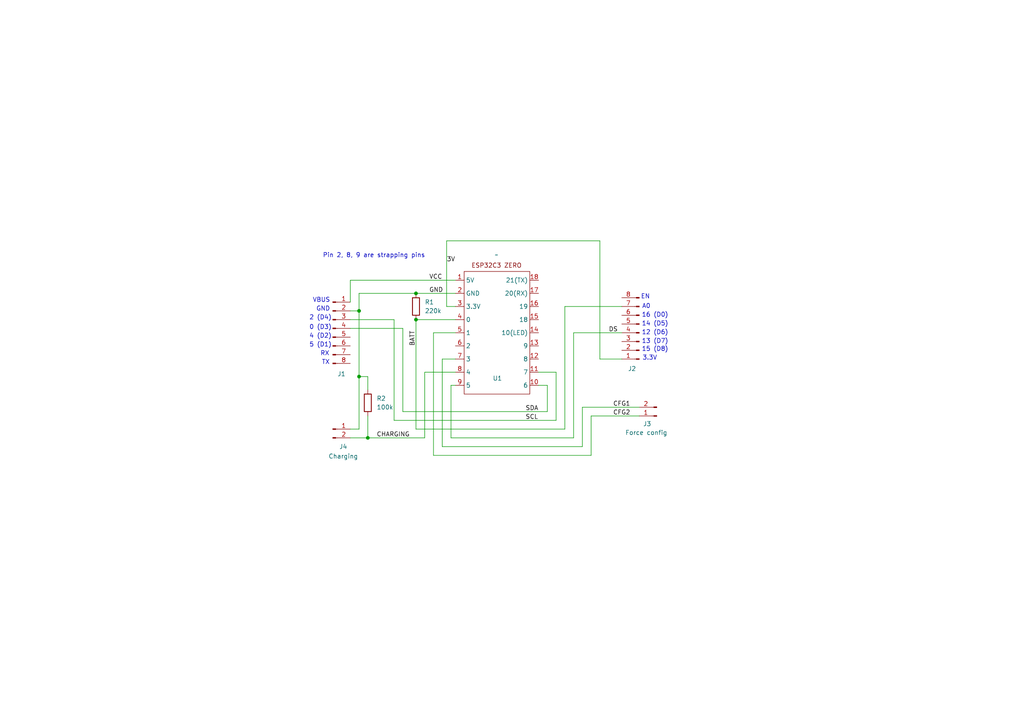
<source format=kicad_sch>
(kicad_sch (version 20250114) (generator "eeschema") (generator_version "9.0")
  (paper "A4")
  (lib_symbols
    (symbol "Connector:Conn_01x02_Pin" (pin_names (offset 1.016) (hide yes))
      (property "Reference" "J" (at 0 2.54 0))
      (property "Value" "Conn_01x02_Pin" (at 0 -5.08 0))
      (symbol "Conn_01x02_Pin_1_1"
        (rectangle (start 0.8636 0.127) (end 0 -0.127) (stroke (width 0.1524)) (fill (type outline)))
        (rectangle (start 0.8636 -2.413) (end 0 -2.667) (stroke (width 0.1524)) (fill (type outline)))
        (polyline (pts (xy 1.27 0) (xy 0.8636 0)) (stroke (width 0.1524)))
        (polyline (pts (xy 1.27 -2.54) (xy 0.8636 -2.54)) (stroke (width 0.1524)))
        (pin passive line (at 5.08 0 180) (length 3.81) (name "Pin_1") (number "1"))
        (pin passive line (at 5.08 -2.54 180) (length 3.81) (name "Pin_2") (number "2"))
      )
    )
    (symbol "Connector:Conn_01x08_Pin" (pin_names (offset 1.016) (hide yes))
      (property "Reference" "J" (at 0 10.16 0))
      (property "Value" "Conn_01x08_Pin" (at 0 -12.7 0))
      (symbol "Conn_01x08_Pin_1_1"
        (rectangle (start 0.8636 7.747) (end 0 7.493) (stroke (width 0.1524)) (fill (type outline)))
        (rectangle (start 0.8636 5.207) (end 0 4.953) (stroke (width 0.1524)) (fill (type outline)))
        (rectangle (start 0.8636 2.667) (end 0 2.413) (stroke (width 0.1524)) (fill (type outline)))
        (rectangle (start 0.8636 0.127) (end 0 -0.127) (stroke (width 0.1524)) (fill (type outline)))
        (rectangle (start 0.8636 -2.413) (end 0 -2.667) (stroke (width 0.1524)) (fill (type outline)))
        (rectangle (start 0.8636 -4.953) (end 0 -5.207) (stroke (width 0.1524)) (fill (type outline)))
        (rectangle (start 0.8636 -7.493) (end 0 -7.747) (stroke (width 0.1524)) (fill (type outline)))
        (rectangle (start 0.8636 -10.033) (end 0 -10.287) (stroke (width 0.1524)) (fill (type outline)))
        (polyline (pts (xy 1.27 7.62) (xy 0.8636 7.62)) (stroke (width 0.1524)))
        (polyline (pts (xy 1.27 5.08) (xy 0.8636 5.08)) (stroke (width 0.1524)))
        (polyline (pts (xy 1.27 2.54) (xy 0.8636 2.54)) (stroke (width 0.1524)))
        (polyline (pts (xy 1.27 0) (xy 0.8636 0)) (stroke (width 0.1524)))
        (polyline (pts (xy 1.27 -2.54) (xy 0.8636 -2.54)) (stroke (width 0.1524)))
        (polyline (pts (xy 1.27 -5.08) (xy 0.8636 -5.08)) (stroke (width 0.1524)))
        (polyline (pts (xy 1.27 -7.62) (xy 0.8636 -7.62)) (stroke (width 0.1524)))
        (polyline (pts (xy 1.27 -10.16) (xy 0.8636 -10.16)) (stroke (width 0.1524)))
        (pin passive line (at 5.08 7.62 180) (length 3.81) (name "Pin_1") (number "1"))
        (pin passive line (at 5.08 5.08 180) (length 3.81) (name "Pin_2") (number "2"))
        (pin passive line (at 5.08 2.54 180) (length 3.81) (name "Pin_3") (number "3"))
        (pin passive line (at 5.08 0 180) (length 3.81) (name "Pin_4") (number "4"))
        (pin passive line (at 5.08 -2.54 180) (length 3.81) (name "Pin_5") (number "5"))
        (pin passive line (at 5.08 -5.08 180) (length 3.81) (name "Pin_6") (number "6"))
        (pin passive line (at 5.08 -7.62 180) (length 3.81) (name "Pin_7") (number "7"))
        (pin passive line (at 5.08 -10.16 180) (length 3.81) (name "Pin_8") (number "8"))
      )
    )
    (symbol "Device:R" (pin_numbers (hide yes)) (pin_names (offset 0))
      (property "Reference" "R" (at 2.032 0 90))
      (property "Value" "R" (at 0 0 90))
      (symbol "R_0_1"
        (rectangle (start -1.016 -2.54) (end 1.016 2.54) (stroke (width 0.254)))
      )
      (symbol "R_1_1"
        (pin passive line (at 0 3.81 270) (length 1.27) (name "~") (number "1"))
        (pin passive line (at 0 -3.81 90) (length 1.27) (name "~") (number "2"))
      )
    )
    (symbol "magnus:waveshare-esp32c3-zero"
      (property "Reference" "U1" (at 5.842 -10.668 0))
      (property "Value" "~" (at 5.588 25.146 0))
      (symbol "waveshare-esp32c3-zero_0_1"
        (rectangle (start -3.81 20.32) (end 15.24 -15.24))
      )
      (symbol "waveshare-esp32c3-zero_1_1"
        (text "ESP32C3 ZERO" (at 5.588 22.098 0) (effects (font (size 1.27 1.27))))
        (pin power_in line (at -6.35 17.78 0) (length 2.54) (name "5V") (number "1"))
        (pin power_in line (at -6.35 13.97 0) (length 2.54) (name "GND") (number "2"))
        (pin power_out line (at -6.35 10.16 0) (length 2.54) (name "3.3V") (number "3"))
        (pin bidirectional line (at -6.35 6.35 0) (length 2.54) (name "0") (number "4"))
        (pin bidirectional line (at -6.35 2.54 0) (length 2.54) (name "1") (number "5"))
        (pin bidirectional line (at -6.35 -1.27 0) (length 2.54) (name "2") (number "6"))
        (pin bidirectional line (at -6.35 -5.08 0) (length 2.54) (name "3") (number "7"))
        (pin bidirectional line (at -6.35 -8.89 0) (length 2.54) (name "4") (number "8"))
        (pin bidirectional line (at -6.35 -12.7 0) (length 2.54) (name "5") (number "9"))
        (pin bidirectional line (at 17.78 17.78 180) (length 2.54) (name "21(TX)") (number "18"))
        (pin bidirectional line (at 17.78 13.97 180) (length 2.54) (name "20(RX)") (number "17"))
        (pin bidirectional line (at 17.78 10.16 180) (length 2.54) (name "19") (number "16"))
        (pin bidirectional line (at 17.78 6.35 180) (length 2.54) (name "18") (number "15"))
        (pin bidirectional line (at 17.78 2.54 180) (length 2.54) (name "10(LED)") (number "14"))
        (pin bidirectional line (at 17.78 -1.27 180) (length 2.54) (name "9") (number "13"))
        (pin bidirectional line (at 17.78 -5.08 180) (length 2.54) (name "8") (number "12"))
        (pin bidirectional line (at 17.78 -8.89 180) (length 2.54) (name "7") (number "11"))
        (pin bidirectional line (at 17.78 -12.7 180) (length 2.54) (name "6") (number "10"))
      )
    )
  )
  (text "GND" (at 93.726 89.662 0) (effects (font (size 1.27 1.27))))
  (text "5 (D1)" (at 92.964 100.076 0) (effects (font (size 1.27 1.27))))
  (text "Pin 2, 8, 9 are strapping pins" (at 108.458 74.168 0) (effects (font (size 1.27 1.27))))
  (text "RX" (at 94.234 102.616 0) (effects (font (size 1.27 1.27))))
  (text "14 (D5)" (at 189.992 93.98 0) (effects (font (size 1.27 1.27))))
  (text "12 (D6)\n" (at 189.992 96.52 0) (effects (font (size 1.27 1.27))))
  (text "2 (D4)" (at 92.964 92.202 0) (effects (font (size 1.27 1.27))))
  (text "0 (D3)" (at 92.964 94.996 0) (effects (font (size 1.27 1.27))))
  (text "3.3V" (at 188.468 103.886 0) (effects (font (size 1.27 1.27))))
  (text "13 (D7)" (at 189.992 99.06 0) (effects (font (size 1.27 1.27))))
  (text "4 (D2)" (at 92.964 97.536 0) (effects (font (size 1.27 1.27))))
  (text "TX" (at 94.488 105.156 0) (effects (font (size 1.27 1.27))))
  (text "VBUS\n" (at 93.218 87.122 0) (effects (font (size 1.27 1.27))))
  (text "15 (D8)" (at 189.992 101.346 0) (effects (font (size 1.27 1.27))))
  (text "16 (D0)" (at 189.992 91.44 0) (effects (font (size 1.27 1.27))))
  (text "A0" (at 187.452 88.9 0) (effects (font (size 1.27 1.27))))
  (text "EN" (at 187.198 86.106 0) (effects (font (size 1.27 1.27))))
  (junction (at 104.14 90.17))
  (junction (at 104.14 109.22))
  (junction (at 120.65 85.09))
  (junction (at 106.68 127))
  (junction (at 120.65 92.71))
  (wire (pts (xy 171.45 120.65) (xy 185.42 120.65)))
  (wire (pts (xy 101.6 81.28) (xy 132.08 81.28)))
  (wire (pts (xy 168.91 118.11) (xy 185.42 118.11)))
  (wire (pts (xy 106.68 127) (xy 123.19 127)))
  (wire (pts (xy 114.3 92.71) (xy 101.6 92.71)))
  (wire (pts (xy 130.81 127) (xy 130.81 111.76)))
  (wire (pts (xy 101.6 127) (xy 106.68 127)))
  (wire (pts (xy 163.83 88.9) (xy 180.34 88.9)))
  (wire (pts (xy 125.73 132.08) (xy 125.73 96.52)))
  (wire (pts (xy 171.45 132.08) (xy 125.73 132.08)))
  (wire (pts (xy 168.91 129.54) (xy 128.27 129.54)))
  (wire (pts (xy 158.75 119.38) (xy 158.75 111.76)))
  (wire (pts (xy 168.91 118.11) (xy 168.91 129.54)))
  (wire (pts (xy 120.65 92.71) (xy 132.08 92.71)))
  (wire (pts (xy 101.6 124.46) (xy 104.14 124.46)))
  (wire (pts (xy 106.68 120.65) (xy 106.68 127)))
  (wire (pts (xy 123.19 127) (xy 123.19 107.95)))
  (wire (pts (xy 120.65 92.71) (xy 120.65 124.46)))
  (wire (pts (xy 128.27 104.14) (xy 132.08 104.14)))
  (wire (pts (xy 104.14 90.17) (xy 101.6 90.17)))
  (wire (pts (xy 125.73 96.52) (xy 132.08 96.52)))
  (wire (pts (xy 104.14 85.09) (xy 104.14 90.17)))
  (wire (pts (xy 104.14 109.22) (xy 104.14 124.46)))
  (wire (pts (xy 129.54 69.85) (xy 129.54 88.9)))
  (wire (pts (xy 114.3 92.71) (xy 114.3 121.92)))
  (wire (pts (xy 106.68 109.22) (xy 104.14 109.22)))
  (wire (pts (xy 161.29 107.95) (xy 156.21 107.95)))
  (wire (pts (xy 120.65 85.09) (xy 132.08 85.09)))
  (wire (pts (xy 161.29 121.92) (xy 161.29 107.95)))
  (wire (pts (xy 163.83 124.46) (xy 120.65 124.46)))
  (wire (pts (xy 104.14 85.09) (xy 120.65 85.09)))
  (wire (pts (xy 101.6 81.28) (xy 101.6 87.63)))
  (wire (pts (xy 166.37 96.52) (xy 180.34 96.52)))
  (wire (pts (xy 171.45 120.65) (xy 171.45 132.08)))
  (wire (pts (xy 123.19 107.95) (xy 132.08 107.95)))
  (wire (pts (xy 129.54 69.85) (xy 173.99 69.85)))
  (wire (pts (xy 114.3 121.92) (xy 161.29 121.92)))
  (wire (pts (xy 106.68 113.03) (xy 106.68 109.22)))
  (wire (pts (xy 158.75 111.76) (xy 156.21 111.76)))
  (wire (pts (xy 173.99 104.14) (xy 173.99 69.85)))
  (wire (pts (xy 128.27 129.54) (xy 128.27 104.14)))
  (wire (pts (xy 166.37 127) (xy 130.81 127)))
  (wire (pts (xy 180.34 104.14) (xy 173.99 104.14)))
  (wire (pts (xy 166.37 96.52) (xy 166.37 127)))
  (wire (pts (xy 116.84 95.25) (xy 116.84 119.38)))
  (wire (pts (xy 116.84 95.25) (xy 101.6 95.25)))
  (wire (pts (xy 129.54 88.9) (xy 132.08 88.9)))
  (wire (pts (xy 116.84 119.38) (xy 158.75 119.38)))
  (wire (pts (xy 130.81 111.76) (xy 132.08 111.76)))
  (wire (pts (xy 163.83 88.9) (xy 163.83 124.46)))
  (wire (pts (xy 104.14 90.17) (xy 104.14 109.22)))
  (label "CFG2" (at 177.8 120.65 0))
  (label "3V" (at 129.54 76.2 0))
  (label "SDA" (at 152.4 119.38 0))
  (label "CFG1" (at 177.8 118.11 0))
  (label "CHARGING" (at 109.22 127 0))
  (label "DS" (at 176.53 96.52 0))
  (label "BATT" (at 120.65 100.33 90))
  (label "GND" (at 124.46 85.09 0))
  (label "VCC" (at 124.46 81.28 0))
  (label "SCL" (at 152.4 121.92 0))
  (symbol (lib_id "Device:R") (at 120.65 88.9 0) (unit 1)
    (property "Reference" "R1" (at 123.19 87.6299 0) (effects (justify left)))
    (property "Value" "220k" (at 123.19 90.1699 0) (effects (justify left)))
    (property "Footprint" "Resistor_THT:R_Axial_DIN0204_L3.6mm_D1.6mm_P5.08mm_Horizontal" (effects (hide yes)))
    (property "Description" "Resistor" (effects (hide yes)))
  )
  (symbol (lib_id "Device:R") (at 106.68 116.84 0) (unit 1)
    (property "Reference" "R2" (at 109.22 115.5699 0) (effects (justify left)))
    (property "Value" "100k" (at 109.22 118.1099 0) (effects (justify left)))
    (property "Footprint" "Resistor_THT:R_Axial_DIN0204_L3.6mm_D1.6mm_P5.08mm_Horizontal" (effects (hide yes)))
    (property "Description" "Resistor" (effects (hide yes)))
  )
  (symbol (lib_id "Connector:Conn_01x08_Pin") (at 185.42 96.52 180) (unit 1)
    (property "Reference" "J2" (at 182.118 106.934 0) (effects (justify right)))
    (property "Value" "Conn_01x08_Pin" (effects (hide yes)))
    (property "Footprint" "Connector_PinHeader_2.54mm:PinHeader_1x08_P2.54mm_Vertical" (effects (hide yes)))
    (property "Description" "Generic connector, single row, 01x08, script generated" (effects (hide yes)))
  )
  (symbol (lib_id "magnus:waveshare-esp32c3-zero") (at 138.43 99.06 0) (unit 1)
    (property "Reference" "U1" (at 144.272 109.728 0))
    (property "Value" "~" (at 144.018 73.914 0))
    (property "Footprint" "magnus:waveshare-esp32c3-zero" (effects (hide yes)))
  )
  (symbol (lib_id "Connector:Conn_01x08_Pin") (at 96.52 95.25 0) (unit 1)
    (property "Reference" "J1" (at 99.06 108.458 0))
    (property "Value" "Conn_01x08_Pin" (effects (hide yes)))
    (property "Footprint" "Connector_PinHeader_2.54mm:PinHeader_1x08_P2.54mm_Vertical" (effects (hide yes)))
    (property "Description" "Generic connector, single row, 01x08, script generated" (effects (hide yes)))
  )
  (symbol (lib_id "Connector:Conn_01x02_Pin") (at 190.5 120.65 180) (unit 1)
    (property "Reference" "J3" (at 187.706 122.936 0))
    (property "Value" "Force config" (at 187.452 125.476 0))
    (property "Footprint" "Connector_PinHeader_2.54mm:PinHeader_1x02_P2.54mm_Vertical" (effects (hide yes)))
    (property "Description" "Generic connector, single row, 01x02, script generated" (effects (hide yes)))
  )
  (symbol (lib_id "Connector:Conn_01x02_Pin") (at 96.52 124.46 0) (unit 1)
    (property "Reference" "J4" (at 99.568 129.54 0))
    (property "Value" "Charging" (at 99.568 132.334 0))
    (property "Footprint" "Connector_PinHeader_2.54mm:PinHeader_1x02_P2.54mm_Vertical" (effects (hide yes)))
    (property "Description" "Generic connector, single row, 01x02, script generated" (effects (hide yes)))
  )
)
</source>
